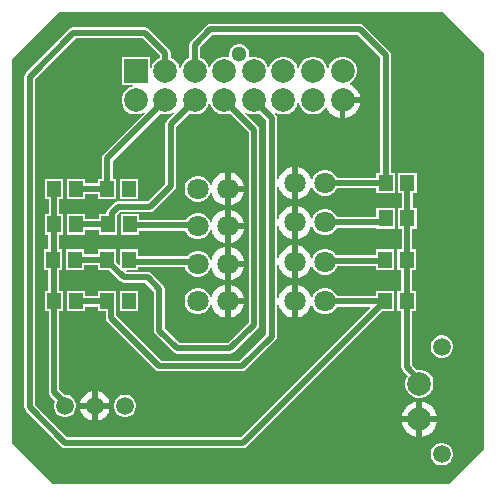
<source format=gbl>
G04*
G04 #@! TF.GenerationSoftware,Altium Limited,Altium Designer,23.9.2 (47)*
G04*
G04 Layer_Physical_Order=2*
G04 Layer_Color=16711680*
%FSLAX44Y44*%
%MOMM*%
G71*
G04*
G04 #@! TF.SameCoordinates,A89998BD-DD6A-42FD-B223-A906B6295702*
G04*
G04*
G04 #@! TF.FilePolarity,Positive*
G04*
G01*
G75*
%ADD25C,0.5000*%
%ADD27C,1.8000*%
%ADD28C,2.0000*%
%ADD29R,2.0000X2.0000*%
%ADD30C,1.3000*%
%ADD31C,1.5000*%
%ADD32C,0.7000*%
%ADD33R,1.1500X1.3500*%
G36*
X400000Y365000D02*
Y30000D01*
X370000Y0D01*
X35000D01*
X0Y35000D01*
Y360000D01*
X40000Y400000D01*
X365000D01*
X400000Y365000D01*
D02*
G37*
%LPC*%
G36*
X295000Y389588D02*
X167929D01*
X166173Y389239D01*
X164685Y388244D01*
X151756Y375315D01*
X150761Y373827D01*
X150412Y372071D01*
Y361194D01*
X150368Y361182D01*
X147632Y359602D01*
X145398Y357368D01*
X143818Y354632D01*
X143157Y352167D01*
X141842D01*
X141182Y354632D01*
X139602Y357368D01*
X137368Y359602D01*
X134632Y361182D01*
X134588Y361194D01*
Y365000D01*
X134239Y366756D01*
X133244Y368245D01*
X116173Y385315D01*
X114685Y386310D01*
X112929Y386659D01*
X52071D01*
X50315Y386310D01*
X48827Y385315D01*
X11756Y348244D01*
X10761Y346756D01*
X10412Y345000D01*
Y65000D01*
X10761Y63244D01*
X11756Y61756D01*
X41756Y31756D01*
X43244Y30761D01*
X45000Y30412D01*
X195750D01*
X197506Y30761D01*
X198994Y31756D01*
X313489Y146250D01*
X323500D01*
Y163750D01*
X308000D01*
Y159588D01*
X275053D01*
X273802Y161754D01*
X271754Y163802D01*
X269246Y165250D01*
X266448Y166000D01*
X263552D01*
X260754Y165250D01*
X258246Y163802D01*
X256198Y161754D01*
X254750Y159246D01*
X254510Y158353D01*
X253195D01*
X252646Y160404D01*
X250803Y163596D01*
X248196Y166203D01*
X245004Y168046D01*
X242100Y168824D01*
Y155000D01*
Y141176D01*
X245004Y141954D01*
X248196Y143797D01*
X250803Y146404D01*
X252646Y149596D01*
X253195Y151647D01*
X254510D01*
X254750Y150754D01*
X256198Y148246D01*
X258246Y146198D01*
X260754Y144750D01*
X263552Y144000D01*
X266448D01*
X269246Y144750D01*
X271754Y146198D01*
X273802Y148246D01*
X275053Y150412D01*
X303014D01*
X303500Y149239D01*
X193850Y39588D01*
X46901D01*
X19588Y66901D01*
Y343100D01*
X53972Y377483D01*
X111028D01*
X125412Y363100D01*
Y361194D01*
X125368Y361182D01*
X122632Y359602D01*
X120397Y357368D01*
X118818Y354632D01*
X118270Y352587D01*
X117000Y352754D01*
Y362000D01*
X93000D01*
Y338000D01*
X102244D01*
X102411Y336730D01*
X100368Y336182D01*
X97631Y334602D01*
X95397Y332368D01*
X93817Y329632D01*
X93000Y326580D01*
Y323420D01*
X93817Y320368D01*
X95397Y317632D01*
X97631Y315398D01*
X100368Y313818D01*
X103420Y313000D01*
X106579D01*
X109631Y313818D01*
X111764Y315049D01*
X112544Y314033D01*
X77506Y278995D01*
X76511Y277506D01*
X76162Y275750D01*
Y258750D01*
X73000D01*
Y254588D01*
X62000D01*
Y258750D01*
X46500D01*
Y241250D01*
X62000D01*
Y245412D01*
X73000D01*
Y241250D01*
X88500D01*
Y258750D01*
X85338D01*
Y273850D01*
X125329Y313840D01*
X125368Y313818D01*
X128420Y313000D01*
X131580D01*
X134632Y313818D01*
X136764Y315049D01*
X137544Y314033D01*
X131356Y307845D01*
X130361Y306356D01*
X130012Y304601D01*
Y254430D01*
X115171Y239588D01*
X90000D01*
X88244Y239239D01*
X86756Y238244D01*
X81506Y232994D01*
X80511Y231506D01*
X80162Y229750D01*
Y228750D01*
X73750D01*
Y224588D01*
X62000D01*
Y228750D01*
X46500D01*
Y211250D01*
X62000D01*
Y215412D01*
X73750D01*
Y211250D01*
X89250D01*
Y222807D01*
X89338Y223250D01*
Y227850D01*
X91901Y230412D01*
X117071D01*
X118827Y230761D01*
X120315Y231756D01*
X137845Y249285D01*
X138839Y250774D01*
X139189Y252529D01*
Y302700D01*
X150329Y313840D01*
X150368Y313818D01*
X153420Y313000D01*
X156580D01*
X159632Y313818D01*
X162368Y315398D01*
X164602Y317632D01*
X166182Y320368D01*
X166842Y322832D01*
X168157D01*
X168818Y320368D01*
X170397Y317632D01*
X172631Y315398D01*
X175368Y313818D01*
X178420Y313000D01*
X181579D01*
X184632Y313818D01*
X184671Y313840D01*
X200412Y298099D01*
Y136901D01*
X183099Y119588D01*
X141901D01*
X129588Y131901D01*
Y165000D01*
X129239Y166756D01*
X128244Y168244D01*
X118244Y178244D01*
X116756Y179239D01*
X115000Y179588D01*
X97333D01*
X97042Y179980D01*
X97681Y181250D01*
X107000D01*
Y183745D01*
X146695D01*
X147050Y182421D01*
X148498Y179912D01*
X150546Y177864D01*
X153054Y176416D01*
X155852Y175667D01*
X158748D01*
X161546Y176416D01*
X164054Y177864D01*
X166102Y179912D01*
X167550Y182421D01*
X167790Y183314D01*
X169104D01*
X169654Y181263D01*
X171497Y178071D01*
X174104Y175464D01*
X177296Y173621D01*
X180200Y172843D01*
Y186667D01*
Y200491D01*
X177296Y199713D01*
X174104Y197869D01*
X171497Y195263D01*
X169654Y192070D01*
X169104Y190019D01*
X167790D01*
X167550Y190912D01*
X166102Y193421D01*
X164054Y195469D01*
X161546Y196917D01*
X158748Y197667D01*
X155852D01*
X153054Y196917D01*
X150546Y195469D01*
X148498Y193421D01*
X148209Y192922D01*
X107000D01*
Y198750D01*
X91500D01*
Y186398D01*
X90327Y185912D01*
X88500Y187739D01*
Y198750D01*
X73000D01*
Y194588D01*
X61250D01*
Y198750D01*
X45750D01*
Y181250D01*
X61250D01*
Y185412D01*
X73000D01*
Y181250D01*
X82011D01*
X91506Y171756D01*
X92994Y170761D01*
X94750Y170412D01*
X113099D01*
X120412Y163099D01*
Y130000D01*
X120761Y128244D01*
X121756Y126756D01*
X136756Y111756D01*
X138244Y110761D01*
X140000Y110412D01*
X185000D01*
X186756Y110761D01*
X188244Y111756D01*
X208244Y131756D01*
X209239Y133244D01*
X209588Y135000D01*
Y300000D01*
X209239Y301756D01*
X208244Y303244D01*
X197455Y314033D01*
X198235Y315049D01*
X200368Y313818D01*
X203420Y313000D01*
X206580D01*
X209632Y313818D01*
X209671Y313840D01*
X215412Y308099D01*
Y126901D01*
X193099Y104588D01*
X126901D01*
X88588Y142900D01*
Y151750D01*
X88500Y152193D01*
Y163750D01*
X73000D01*
Y159588D01*
X62000D01*
Y163750D01*
X46500D01*
Y146250D01*
X62000D01*
Y150412D01*
X73000D01*
Y146250D01*
X79412D01*
Y141000D01*
X79761Y139244D01*
X80756Y137756D01*
X121756Y96756D01*
X123244Y95761D01*
X125000Y95412D01*
X195000D01*
X196756Y95761D01*
X198244Y96756D01*
X223244Y121756D01*
X224239Y123244D01*
X224588Y125000D01*
Y152026D01*
X225858Y152193D01*
X226554Y149596D01*
X228397Y146404D01*
X231004Y143797D01*
X234196Y141954D01*
X237100Y141176D01*
Y155000D01*
Y168824D01*
X234196Y168046D01*
X231004Y166203D01*
X228397Y163596D01*
X226554Y160404D01*
X225858Y157806D01*
X224588Y157974D01*
Y185360D01*
X225858Y185527D01*
X226554Y182930D01*
X228397Y179737D01*
X231004Y177131D01*
X234196Y175287D01*
X237100Y174509D01*
Y188333D01*
Y202157D01*
X234196Y201379D01*
X231004Y199536D01*
X228397Y196929D01*
X226554Y193737D01*
X225858Y191140D01*
X224588Y191307D01*
Y218693D01*
X225858Y218860D01*
X226554Y216263D01*
X228397Y213071D01*
X231004Y210464D01*
X234196Y208621D01*
X237100Y207843D01*
Y221667D01*
Y235491D01*
X234196Y234713D01*
X231004Y232869D01*
X228397Y230263D01*
X226554Y227070D01*
X225858Y224473D01*
X224588Y224640D01*
Y252026D01*
X225858Y252194D01*
X226554Y249596D01*
X228397Y246404D01*
X231004Y243797D01*
X234196Y241954D01*
X237100Y241176D01*
Y255000D01*
Y268824D01*
X234196Y268046D01*
X231004Y266203D01*
X228397Y263596D01*
X226554Y260404D01*
X225858Y257806D01*
X224588Y257974D01*
Y310000D01*
X224239Y311756D01*
X223244Y313244D01*
X222456Y314032D01*
X223236Y315049D01*
X225368Y313818D01*
X228420Y313000D01*
X231579D01*
X234631Y313818D01*
X237368Y315398D01*
X239602Y317632D01*
X241182Y320368D01*
X241842Y322833D01*
X243157D01*
X243818Y320368D01*
X245397Y317632D01*
X247632Y315398D01*
X250368Y313818D01*
X253420Y313000D01*
X256580D01*
X259632Y313818D01*
X262368Y315398D01*
X264602Y317632D01*
X265173Y318621D01*
X266441Y318538D01*
X266707Y317895D01*
X268349Y315438D01*
X270438Y313349D01*
X272895Y311707D01*
X275625Y310576D01*
X277500Y310203D01*
Y325000D01*
X280000D01*
Y327500D01*
X294797D01*
X294424Y329375D01*
X293293Y332105D01*
X291651Y334562D01*
X289562Y336651D01*
X287105Y338293D01*
X286462Y338559D01*
X286379Y339826D01*
X287368Y340397D01*
X289602Y342631D01*
X291182Y345368D01*
X292000Y348420D01*
Y351580D01*
X291182Y354632D01*
X289602Y357368D01*
X287368Y359602D01*
X284632Y361182D01*
X281580Y362000D01*
X278420D01*
X275368Y361182D01*
X272632Y359602D01*
X270398Y357368D01*
X268818Y354632D01*
X268157Y352167D01*
X266842D01*
X266182Y354632D01*
X264602Y357368D01*
X262368Y359602D01*
X259632Y361182D01*
X256580Y362000D01*
X253420D01*
X250368Y361182D01*
X247632Y359602D01*
X245397Y357368D01*
X243818Y354632D01*
X243157Y352167D01*
X241842D01*
X241182Y354632D01*
X239602Y357368D01*
X237368Y359602D01*
X234631Y361182D01*
X231579Y362000D01*
X228420D01*
X225368Y361182D01*
X222631Y359602D01*
X220397Y357368D01*
X218817Y354632D01*
X218157Y352168D01*
X216842D01*
X216182Y354632D01*
X214602Y357368D01*
X212368Y359602D01*
X209632Y361182D01*
X206580Y362000D01*
X203420D01*
X201841Y361577D01*
X200943Y362475D01*
X201000Y362686D01*
Y364924D01*
X200420Y367085D01*
X199301Y369024D01*
X197719Y370606D01*
X195780Y371725D01*
X193619Y372305D01*
X191381D01*
X189219Y371725D01*
X187280Y370606D01*
X185698Y369024D01*
X184579Y367085D01*
X184000Y364924D01*
Y362686D01*
X184056Y362475D01*
X183158Y361577D01*
X181579Y362000D01*
X178420D01*
X175368Y361182D01*
X172631Y359602D01*
X170397Y357368D01*
X168818Y354632D01*
X168157Y352168D01*
X166842D01*
X166182Y354632D01*
X164602Y357368D01*
X162368Y359602D01*
X159632Y361182D01*
X159588Y361194D01*
Y370171D01*
X169829Y380412D01*
X293099D01*
X311912Y361599D01*
Y263750D01*
X308750D01*
Y259588D01*
X275053D01*
X273802Y261754D01*
X271754Y263802D01*
X269246Y265250D01*
X266448Y266000D01*
X263552D01*
X260754Y265250D01*
X258246Y263802D01*
X256198Y261754D01*
X254750Y259246D01*
X254510Y258353D01*
X253195D01*
X252646Y260404D01*
X250803Y263596D01*
X248196Y266203D01*
X245004Y268046D01*
X242100Y268824D01*
Y255000D01*
Y241176D01*
X245004Y241954D01*
X248196Y243797D01*
X250803Y246404D01*
X252646Y249596D01*
X253195Y251647D01*
X254510D01*
X254750Y250754D01*
X256198Y248246D01*
X258246Y246198D01*
X260754Y244750D01*
X263552Y244000D01*
X266448D01*
X269246Y244750D01*
X271754Y246198D01*
X273802Y248246D01*
X275053Y250412D01*
X308750D01*
Y246250D01*
X324250D01*
Y263750D01*
X321088D01*
Y363500D01*
X320739Y365256D01*
X319744Y366744D01*
X298244Y388244D01*
X296756Y389239D01*
X295000Y389588D01*
D02*
G37*
G36*
X294797Y322500D02*
X282500D01*
Y310203D01*
X284375Y310576D01*
X287105Y311707D01*
X289562Y313349D01*
X291651Y315438D01*
X293293Y317895D01*
X294424Y320625D01*
X294797Y322500D01*
D02*
G37*
G36*
X180200Y263824D02*
X177296Y263046D01*
X174104Y261203D01*
X171497Y258596D01*
X169654Y255404D01*
X169104Y253353D01*
X167790D01*
X167550Y254246D01*
X166102Y256754D01*
X164054Y258802D01*
X161546Y260250D01*
X158748Y261000D01*
X155852D01*
X153054Y260250D01*
X150546Y258802D01*
X148498Y256754D01*
X147050Y254246D01*
X146300Y251448D01*
Y248552D01*
X147050Y245754D01*
X148498Y243246D01*
X150546Y241198D01*
X153054Y239750D01*
X155852Y239000D01*
X158748D01*
X161546Y239750D01*
X164054Y241198D01*
X166102Y243246D01*
X167550Y245754D01*
X167790Y246647D01*
X169104D01*
X169654Y244596D01*
X171497Y241404D01*
X174104Y238797D01*
X177296Y236954D01*
X180200Y236176D01*
Y250000D01*
Y263824D01*
D02*
G37*
G36*
X185200D02*
Y252500D01*
X196524D01*
X195746Y255404D01*
X193903Y258596D01*
X191296Y261203D01*
X188104Y263046D01*
X185200Y263824D01*
D02*
G37*
G36*
X107000Y258750D02*
X91500D01*
Y241250D01*
X107000D01*
Y258750D01*
D02*
G37*
G36*
X196524Y247500D02*
X185200D01*
Y236176D01*
X188104Y236954D01*
X191296Y238797D01*
X193903Y241404D01*
X195746Y244596D01*
X196524Y247500D01*
D02*
G37*
G36*
X180200Y232157D02*
X177296Y231379D01*
X174104Y229536D01*
X171497Y226929D01*
X169654Y223737D01*
X169104Y221686D01*
X167790D01*
X167550Y222579D01*
X166102Y225088D01*
X164054Y227136D01*
X161546Y228584D01*
X158748Y229333D01*
X155852D01*
X153054Y228584D01*
X150546Y227136D01*
X148498Y225088D01*
X147728Y223755D01*
X107750D01*
Y228750D01*
X92250D01*
Y211250D01*
X107750D01*
Y214578D01*
X146918D01*
X147050Y214088D01*
X148498Y211579D01*
X150546Y209531D01*
X153054Y208083D01*
X155852Y207333D01*
X158748D01*
X161546Y208083D01*
X164054Y209531D01*
X166102Y211579D01*
X167550Y214088D01*
X167790Y214981D01*
X169104D01*
X169654Y212929D01*
X171497Y209737D01*
X174104Y207131D01*
X177296Y205287D01*
X180200Y204509D01*
Y218333D01*
Y232157D01*
D02*
G37*
G36*
X185200D02*
Y220833D01*
X196524D01*
X195746Y223737D01*
X193903Y226929D01*
X191296Y229536D01*
X188104Y231379D01*
X185200Y232157D01*
D02*
G37*
G36*
X242100Y235491D02*
Y221667D01*
Y207843D01*
X245004Y208621D01*
X248196Y210464D01*
X250803Y213071D01*
X252646Y216263D01*
X253195Y218314D01*
X254510D01*
X254750Y217421D01*
X256198Y214912D01*
X258246Y212864D01*
X260754Y211416D01*
X263552Y210667D01*
X266448D01*
X269246Y211416D01*
X271754Y212864D01*
X273802Y214912D01*
X275053Y217078D01*
X308750D01*
Y216250D01*
X324250D01*
Y233750D01*
X308750D01*
Y226255D01*
X275053D01*
X273802Y228421D01*
X271754Y230469D01*
X269246Y231917D01*
X266448Y232667D01*
X263552D01*
X260754Y231917D01*
X258246Y230469D01*
X256198Y228421D01*
X254750Y225912D01*
X254510Y225019D01*
X253195D01*
X252646Y227070D01*
X250803Y230263D01*
X248196Y232869D01*
X245004Y234713D01*
X242100Y235491D01*
D02*
G37*
G36*
X196524Y215833D02*
X185200D01*
Y204509D01*
X188104Y205287D01*
X191296Y207131D01*
X193903Y209737D01*
X195746Y212929D01*
X196524Y215833D01*
D02*
G37*
G36*
X185200Y200491D02*
Y189167D01*
X196524D01*
X195746Y192070D01*
X193903Y195263D01*
X191296Y197869D01*
X188104Y199713D01*
X185200Y200491D01*
D02*
G37*
G36*
X242100Y202157D02*
Y188333D01*
Y174509D01*
X245004Y175287D01*
X248196Y177131D01*
X250803Y179737D01*
X252646Y182930D01*
X253195Y184981D01*
X254510D01*
X254750Y184088D01*
X256198Y181579D01*
X258246Y179531D01*
X260754Y178083D01*
X263552Y177333D01*
X266448D01*
X269246Y178083D01*
X271754Y179531D01*
X273802Y181579D01*
X275250Y184088D01*
X275382Y184579D01*
X308000D01*
Y181250D01*
X323500D01*
Y198750D01*
X308000D01*
Y193755D01*
X274571D01*
X273802Y195088D01*
X271754Y197136D01*
X269246Y198584D01*
X266448Y199333D01*
X263552D01*
X260754Y198584D01*
X258246Y197136D01*
X256198Y195088D01*
X254750Y192579D01*
X254510Y191686D01*
X253195D01*
X252646Y193737D01*
X250803Y196929D01*
X248196Y199536D01*
X245004Y201379D01*
X242100Y202157D01*
D02*
G37*
G36*
X196524Y184167D02*
X185200D01*
Y172843D01*
X188104Y173621D01*
X191296Y175464D01*
X193903Y178071D01*
X195746Y181263D01*
X196524Y184167D01*
D02*
G37*
G36*
X180200Y168824D02*
X177296Y168046D01*
X174104Y166203D01*
X171497Y163596D01*
X169654Y160404D01*
X169104Y158353D01*
X167790D01*
X167550Y159246D01*
X166102Y161754D01*
X164054Y163802D01*
X161546Y165250D01*
X158748Y166000D01*
X155852D01*
X153054Y165250D01*
X150546Y163802D01*
X148498Y161754D01*
X147050Y159246D01*
X146300Y156448D01*
Y153552D01*
X147050Y150754D01*
X148498Y148246D01*
X150546Y146198D01*
X153054Y144750D01*
X155852Y144000D01*
X158748D01*
X161546Y144750D01*
X164054Y146198D01*
X166102Y148246D01*
X167550Y150754D01*
X167790Y151647D01*
X169104D01*
X169654Y149596D01*
X171497Y146404D01*
X174104Y143797D01*
X177296Y141954D01*
X180200Y141176D01*
Y155000D01*
Y168824D01*
D02*
G37*
G36*
X185200D02*
Y157500D01*
X196524D01*
X195746Y160404D01*
X193903Y163596D01*
X191296Y166203D01*
X188104Y168046D01*
X185200Y168824D01*
D02*
G37*
G36*
X107000Y163750D02*
X91500D01*
Y146250D01*
X107000D01*
Y163750D01*
D02*
G37*
G36*
X196524Y152500D02*
X185200D01*
Y141176D01*
X188104Y141954D01*
X191296Y143797D01*
X193903Y146404D01*
X195746Y149596D01*
X196524Y152500D01*
D02*
G37*
G36*
X365251Y126000D02*
X362749D01*
X360333Y125353D01*
X358167Y124102D01*
X356398Y122333D01*
X355148Y120167D01*
X354500Y117751D01*
Y115249D01*
X355148Y112833D01*
X356398Y110667D01*
X358167Y108898D01*
X360333Y107647D01*
X362749Y107000D01*
X365251D01*
X367667Y107647D01*
X369833Y108898D01*
X371602Y110667D01*
X372853Y112833D01*
X373500Y115249D01*
Y117751D01*
X372853Y120167D01*
X371602Y122333D01*
X369833Y124102D01*
X367667Y125353D01*
X365251Y126000D01*
D02*
G37*
G36*
X342750Y263750D02*
X327250D01*
Y246250D01*
X330412D01*
Y233750D01*
X327250D01*
Y216250D01*
X330037D01*
Y198750D01*
X326500D01*
Y181250D01*
X329662D01*
Y163750D01*
X326500D01*
Y146250D01*
X329662D01*
Y98999D01*
X330011Y97243D01*
X331006Y95754D01*
X335029Y91731D01*
X333818Y89632D01*
X333000Y86580D01*
Y83420D01*
X333818Y80368D01*
X335398Y77632D01*
X337632Y75398D01*
X340368Y73818D01*
X343420Y73000D01*
X346580D01*
X349632Y73818D01*
X352368Y75398D01*
X354602Y77632D01*
X356182Y80368D01*
X357000Y83420D01*
Y86580D01*
X356182Y89632D01*
X354602Y92368D01*
X352368Y94602D01*
X349632Y96182D01*
X346580Y97000D01*
X343420D01*
X342882Y96856D01*
X338838Y100899D01*
Y146250D01*
X342000D01*
Y163750D01*
X338838D01*
Y181250D01*
X342000D01*
Y198750D01*
X339213D01*
Y216250D01*
X342750D01*
Y233750D01*
X339588D01*
Y246250D01*
X342750D01*
Y263750D01*
D02*
G37*
G36*
X72900Y78541D02*
Y68770D01*
X82671D01*
X82048Y71095D01*
X80402Y73945D01*
X78075Y76273D01*
X75225Y77918D01*
X72900Y78541D01*
D02*
G37*
G36*
X67900D02*
X65575Y77918D01*
X62725Y76273D01*
X60397Y73945D01*
X58752Y71095D01*
X58129Y68770D01*
X67900D01*
Y78541D01*
D02*
G37*
G36*
X347500Y69797D02*
Y57500D01*
X359797D01*
X359423Y59375D01*
X358293Y62105D01*
X356651Y64562D01*
X354562Y66651D01*
X352105Y68293D01*
X349375Y69424D01*
X347500Y69797D01*
D02*
G37*
G36*
X342500D02*
X340625Y69424D01*
X337895Y68293D01*
X335438Y66651D01*
X333349Y64562D01*
X331707Y62105D01*
X330577Y59375D01*
X330203Y57500D01*
X342500D01*
Y69797D01*
D02*
G37*
G36*
X97051Y75770D02*
X94549D01*
X92133Y75123D01*
X89967Y73872D01*
X88198Y72103D01*
X86947Y69937D01*
X86300Y67521D01*
Y65019D01*
X86947Y62603D01*
X88198Y60437D01*
X89967Y58668D01*
X92133Y57418D01*
X94549Y56770D01*
X97051D01*
X99467Y57418D01*
X101633Y58668D01*
X103402Y60437D01*
X104652Y62603D01*
X105300Y65019D01*
Y67521D01*
X104652Y69937D01*
X103402Y72103D01*
X101633Y73872D01*
X99467Y75123D01*
X97051Y75770D01*
D02*
G37*
G36*
X43500Y258750D02*
X28000D01*
Y241250D01*
X31162D01*
Y228750D01*
X28000D01*
Y211250D01*
X30787D01*
Y198750D01*
X27250D01*
Y181250D01*
X30787D01*
Y163750D01*
X28000D01*
Y146250D01*
X31162D01*
Y78226D01*
X31511Y76470D01*
X32506Y74981D01*
X36661Y70827D01*
X36147Y69937D01*
X35500Y67521D01*
Y65019D01*
X36147Y62603D01*
X37398Y60437D01*
X39167Y58668D01*
X41333Y57418D01*
X43749Y56770D01*
X46251D01*
X48667Y57418D01*
X50833Y58668D01*
X52602Y60437D01*
X53852Y62603D01*
X54500Y65019D01*
Y67521D01*
X53852Y69937D01*
X52602Y72103D01*
X50833Y73872D01*
X48667Y75123D01*
X46251Y75770D01*
X44694D01*
X40338Y80126D01*
Y146250D01*
X43500D01*
Y163750D01*
X39963D01*
Y181250D01*
X42750D01*
Y198750D01*
X39963D01*
Y211250D01*
X43500D01*
Y228750D01*
X40338D01*
Y241250D01*
X43500D01*
Y258750D01*
D02*
G37*
G36*
X82671Y63770D02*
X72900D01*
Y53999D01*
X75225Y54622D01*
X78075Y56268D01*
X80402Y58595D01*
X82048Y61445D01*
X82671Y63770D01*
D02*
G37*
G36*
X67900D02*
X58129D01*
X58752Y61445D01*
X60397Y58595D01*
X62725Y56268D01*
X65575Y54622D01*
X67900Y53999D01*
Y63770D01*
D02*
G37*
G36*
X359797Y52500D02*
X347500D01*
Y40203D01*
X349375Y40577D01*
X352105Y41707D01*
X354562Y43349D01*
X356651Y45438D01*
X358293Y47895D01*
X359423Y50625D01*
X359797Y52500D01*
D02*
G37*
G36*
X342500D02*
X330203D01*
X330577Y50625D01*
X331707Y47895D01*
X333349Y45438D01*
X335438Y43349D01*
X337895Y41707D01*
X340625Y40577D01*
X342500Y40203D01*
Y52500D01*
D02*
G37*
G36*
X365251Y35000D02*
X362749D01*
X360333Y34353D01*
X358167Y33102D01*
X356398Y31333D01*
X355147Y29167D01*
X354500Y26751D01*
Y24249D01*
X355147Y21833D01*
X356398Y19667D01*
X358167Y17898D01*
X360333Y16647D01*
X362749Y16000D01*
X365251D01*
X367667Y16647D01*
X369833Y17898D01*
X371602Y19667D01*
X372853Y21833D01*
X373500Y24249D01*
Y26751D01*
X372853Y29167D01*
X371602Y31333D01*
X369833Y33102D01*
X367667Y34353D01*
X365251Y35000D01*
D02*
G37*
%LPD*%
D25*
X265000Y155000D02*
X315750D01*
X265000Y255000D02*
X316500D01*
X155000Y372071D02*
X167929Y385000D01*
X295000D01*
X155000Y350000D02*
Y372071D01*
X295000Y385000D02*
X316500Y363500D01*
Y255000D02*
Y363500D01*
X15000Y345000D02*
X52071Y382071D01*
X112929D01*
X15000Y65000D02*
Y345000D01*
X130000Y350000D02*
Y365000D01*
X112929Y382071D02*
X130000Y365000D01*
X15000Y65000D02*
X45000Y35000D01*
X195750D01*
X311500Y150750D02*
X312500D01*
X315750Y154000D02*
Y155000D01*
X312500Y150750D02*
X315750Y154000D01*
X195750Y35000D02*
X311500Y150750D01*
X316500Y224917D02*
Y225000D01*
X265000Y221667D02*
X313250D01*
X316500Y224917D01*
X314917Y189167D02*
X315750Y190000D01*
X265000Y188333D02*
X265833Y189167D01*
X314917D01*
X334250Y98999D02*
X345000Y88249D01*
X334250Y98999D02*
Y155000D01*
X345000Y85000D02*
Y88249D01*
X334250Y155000D02*
Y190000D01*
X334625Y190375D02*
Y224625D01*
X334250Y190000D02*
X334625Y190375D01*
Y224625D02*
X335000Y225000D01*
X335000Y225000D02*
X335000Y225000D01*
X335000Y225000D02*
Y255000D01*
X100000Y220000D02*
X100833Y219167D01*
X156467D02*
X157300Y218333D01*
X100833Y219167D02*
X156467D01*
X155633Y188333D02*
X157300Y186667D01*
X99250Y190000D02*
X100917Y188333D01*
X155633D01*
X80750Y189000D02*
X94750Y175000D01*
X80750Y189000D02*
Y190000D01*
X115000Y175000D02*
X125000Y165000D01*
X94750Y175000D02*
X115000D01*
X125000Y130000D02*
Y165000D01*
Y130000D02*
X140000Y115000D01*
X185000D01*
X205000Y135000D01*
X180000Y325000D02*
X205000Y300000D01*
Y135000D02*
Y300000D01*
X195000Y100000D02*
X220000Y125000D01*
Y310000D01*
X205000Y325000D02*
X220000Y310000D01*
X125000Y100000D02*
X195000D01*
X84000Y141000D02*
X125000Y100000D01*
X80750Y155000D02*
X84000Y151750D01*
Y141000D02*
Y151750D01*
X134600Y304601D02*
X155000Y325000D01*
X134600Y252529D02*
Y304601D01*
X90000Y235000D02*
X117071D01*
X134600Y252529D01*
X84750Y229750D02*
X90000Y235000D01*
X84750Y223250D02*
Y229750D01*
X81500Y220000D02*
X84750Y223250D01*
X80750Y275750D02*
X130000Y325000D01*
X80750Y250000D02*
Y275750D01*
X80750Y155000D02*
X80750Y155000D01*
X54250Y155000D02*
X54250Y155000D01*
X80750D01*
X53500Y190000D02*
X80750D01*
X80750Y190000D01*
X53500Y190000D02*
X53500Y190000D01*
X81500Y220000D02*
X81500Y220000D01*
X54250Y220000D02*
X54250Y220000D01*
X81500D01*
X80750Y250000D02*
X80750Y250000D01*
X54250Y250000D02*
X54250Y250000D01*
X80750D01*
X45000Y66270D02*
Y68976D01*
X35750Y78226D02*
Y155000D01*
Y78226D02*
X45000Y68976D01*
X35375Y155375D02*
Y189625D01*
Y155375D02*
X35750Y155000D01*
X35000Y190000D02*
X35375Y189625D01*
Y190375D02*
Y219625D01*
X35000Y190000D02*
X35375Y190375D01*
Y219625D02*
X35750Y220000D01*
X35750Y220000D02*
Y250000D01*
X35750Y250000D02*
X35750Y250000D01*
Y220000D02*
X35750Y220000D01*
D27*
X182700Y250000D02*
D03*
X157300D02*
D03*
X182700Y218333D02*
D03*
X157300D02*
D03*
X182700Y186667D02*
D03*
X157300D02*
D03*
X182700Y155000D02*
D03*
X157300D02*
D03*
X239600D02*
D03*
X265000D02*
D03*
X239600Y188333D02*
D03*
X265000D02*
D03*
X239600Y221667D02*
D03*
X265000D02*
D03*
X239600Y255000D02*
D03*
X265000D02*
D03*
D28*
X345000Y55000D02*
D03*
Y85000D02*
D03*
X280000Y350000D02*
D03*
X205000D02*
D03*
X180000D02*
D03*
X155000D02*
D03*
X130000D02*
D03*
X280000Y325000D02*
D03*
X180000D02*
D03*
X155000D02*
D03*
X130000D02*
D03*
X205000D02*
D03*
X230000D02*
D03*
X255000Y350000D02*
D03*
Y325000D02*
D03*
X230000Y350000D02*
D03*
X105000Y325000D02*
D03*
D29*
Y350000D02*
D03*
D30*
X192500Y363805D02*
D03*
D31*
X70400Y66270D02*
D03*
X45000D02*
D03*
X95800D02*
D03*
X364000Y25500D02*
D03*
X364000Y116500D02*
D03*
D32*
X100000Y155000D02*
D03*
Y250000D02*
D03*
D33*
X334250Y155000D02*
D03*
X315750D02*
D03*
X315750Y190000D02*
D03*
X334250D02*
D03*
X316500Y225000D02*
D03*
X335000D02*
D03*
X316500Y255000D02*
D03*
X335000D02*
D03*
X80750Y155000D02*
D03*
X99250D02*
D03*
X80750Y190000D02*
D03*
X99250D02*
D03*
X80750Y250000D02*
D03*
X99250D02*
D03*
X81500Y220000D02*
D03*
X100000D02*
D03*
X54250Y155000D02*
D03*
X35750D02*
D03*
X53500Y190000D02*
D03*
X35000D02*
D03*
X54250Y220000D02*
D03*
X35750D02*
D03*
X54250Y250000D02*
D03*
X35750D02*
D03*
M02*

</source>
